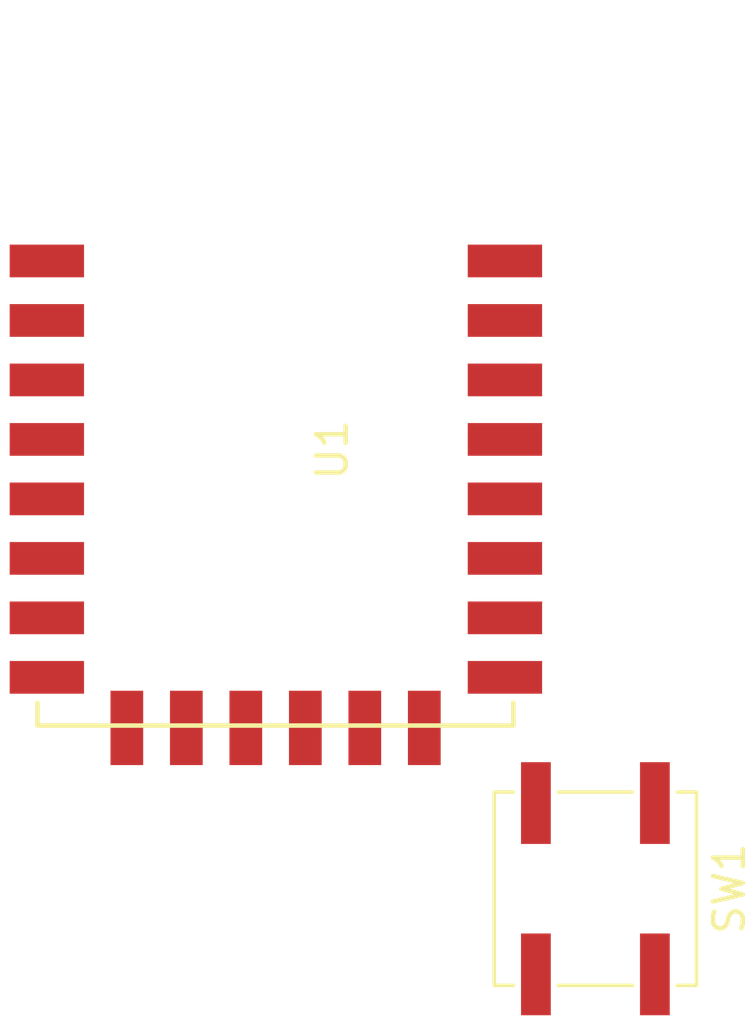
<source format=kicad_pcb>
(kicad_pcb (version 4) (host pcbnew 4.0.7)

  (general
    (links 4)
    (no_connects 4)
    (area 136.5785 96.028599 164.976101 132.360001)
    (thickness 1.6)
    (drawings 0)
    (tracks 0)
    (zones 0)
    (modules 2)
    (nets 3)
  )

  (page A4)
  (layers
    (0 F.Cu signal)
    (31 B.Cu signal)
    (32 B.Adhes user)
    (33 F.Adhes user)
    (34 B.Paste user)
    (35 F.Paste user)
    (36 B.SilkS user)
    (37 F.SilkS user)
    (38 B.Mask user)
    (39 F.Mask user)
    (40 Dwgs.User user)
    (41 Cmts.User user)
    (42 Eco1.User user)
    (43 Eco2.User user)
    (44 Edge.Cuts user)
    (45 Margin user)
    (46 B.CrtYd user)
    (47 F.CrtYd user)
    (48 B.Fab user)
    (49 F.Fab user)
  )

  (setup
    (last_trace_width 0.25)
    (trace_clearance 0.2)
    (zone_clearance 0.508)
    (zone_45_only no)
    (trace_min 0.2)
    (segment_width 0.2)
    (edge_width 0.15)
    (via_size 0.6)
    (via_drill 0.4)
    (via_min_size 0.4)
    (via_min_drill 0.3)
    (uvia_size 0.3)
    (uvia_drill 0.1)
    (uvias_allowed no)
    (uvia_min_size 0.2)
    (uvia_min_drill 0.1)
    (pcb_text_width 0.3)
    (pcb_text_size 1.5 1.5)
    (mod_edge_width 0.15)
    (mod_text_size 1 1)
    (mod_text_width 0.15)
    (pad_size 1.524 1.524)
    (pad_drill 0.762)
    (pad_to_mask_clearance 0.2)
    (aux_axis_origin 0 0)
    (visible_elements FFFFFF7F)
    (pcbplotparams
      (layerselection 0x00030_80000001)
      (usegerberextensions false)
      (excludeedgelayer true)
      (linewidth 0.100000)
      (plotframeref false)
      (viasonmask false)
      (mode 1)
      (useauxorigin false)
      (hpglpennumber 1)
      (hpglpenspeed 20)
      (hpglpendiameter 15)
      (hpglpenoverlay 2)
      (psnegative false)
      (psa4output false)
      (plotreference true)
      (plotvalue true)
      (plotinvisibletext false)
      (padsonsilk false)
      (subtractmaskfromsilk false)
      (outputformat 1)
      (mirror false)
      (drillshape 1)
      (scaleselection 1)
      (outputdirectory ""))
  )

  (net 0 "")
  (net 1 GND)
  (net 2 "Net-(SW1-Pad2)")

  (net_class Default "Esta es la clase de red por defecto."
    (clearance 0.2)
    (trace_width 0.25)
    (via_dia 0.6)
    (via_drill 0.4)
    (uvia_dia 0.3)
    (uvia_drill 0.1)
    (add_net GND)
    (add_net "Net-(SW1-Pad2)")
  )

  (module Buttons_Switches_SMD:SW_SPST_B3SL-1022P (layer F.Cu) (tedit 587241B2) (tstamp 5D7EC509)
    (at 166.243 126.111 270)
    (descr "Middle Stroke Tactile Switch, B3SL")
    (tags "Middle Stroke Tactile Switch")
    (path /5D7EC4C2)
    (attr smd)
    (fp_text reference SW1 (at 0 -4.5 270) (layer F.SilkS)
      (effects (font (size 1 1) (thickness 0.15)))
    )
    (fp_text value SW_Push (at 0 4.75 270) (layer F.Fab)
      (effects (font (size 1 1) (thickness 0.15)))
    )
    (fp_text user %R (at 0 -4.5 270) (layer F.Fab)
      (effects (font (size 1 1) (thickness 0.15)))
    )
    (fp_line (start -4.5 3.65) (end 4.5 3.65) (layer F.CrtYd) (width 0.05))
    (fp_line (start 4.5 3.65) (end 4.5 -3.65) (layer F.CrtYd) (width 0.05))
    (fp_line (start 4.5 -3.65) (end -4.5 -3.65) (layer F.CrtYd) (width 0.05))
    (fp_line (start -4.5 -3.65) (end -4.5 3.65) (layer F.CrtYd) (width 0.05))
    (fp_line (start 3.25 2.75) (end 3.25 3.4) (layer F.SilkS) (width 0.12))
    (fp_line (start 3.25 3.4) (end -3.25 3.4) (layer F.SilkS) (width 0.12))
    (fp_line (start -3.25 3.4) (end -3.25 2.75) (layer F.SilkS) (width 0.12))
    (fp_line (start 3.25 -2.75) (end 3.25 -3.4) (layer F.SilkS) (width 0.12))
    (fp_line (start 3.25 -3.4) (end -3.25 -3.4) (layer F.SilkS) (width 0.12))
    (fp_line (start -3.25 -3.4) (end -3.25 -2.75) (layer F.SilkS) (width 0.12))
    (fp_line (start 3.25 -1.25) (end 3.25 1.25) (layer F.SilkS) (width 0.12))
    (fp_line (start -3.25 -1.25) (end -3.25 1.25) (layer F.SilkS) (width 0.12))
    (fp_line (start -3.1 -3.25) (end 3.1 -3.25) (layer F.Fab) (width 0.1))
    (fp_line (start 3.1 -3.25) (end 3.1 3.25) (layer F.Fab) (width 0.1))
    (fp_line (start 3.1 3.25) (end -3.1 3.25) (layer F.Fab) (width 0.1))
    (fp_line (start -3.1 3.25) (end -3.1 -3.25) (layer F.Fab) (width 0.1))
    (fp_circle (center 0 0) (end 1.25 0) (layer F.Fab) (width 0.1))
    (pad 1 smd rect (at -2.88 -2 270) (size 2.75 1) (layers F.Cu F.Paste F.Mask)
      (net 1 GND))
    (pad 1 smd rect (at 2.88 -2 270) (size 2.75 1) (layers F.Cu F.Paste F.Mask)
      (net 1 GND))
    (pad 2 smd rect (at 2.88 2 270) (size 2.75 1) (layers F.Cu F.Paste F.Mask)
      (net 2 "Net-(SW1-Pad2)"))
    (pad 2 smd rect (at -2.88 2 270) (size 2.75 1) (layers F.Cu F.Paste F.Mask)
      (net 2 "Net-(SW1-Pad2)"))
    (model ${KISYS3DMOD}/Buttons_Switches_SMD.3dshapes/SW_SPST_B3SL-1022P.wrl
      (at (xyz 0 0 0))
      (scale (xyz 1 1 1))
      (rotate (xyz 0 0 0))
    )
  )

  (module ESP8266:ESP-12E_SMD (layer F.Cu) (tedit 58FB7FFE) (tstamp 5D7EC523)
    (at 148.5011 105.0036)
    (descr "Module, ESP-8266, ESP-12, 16 pad, SMD")
    (tags "Module ESP-8266 ESP8266")
    (path /5D7EC3C3)
    (fp_text reference U1 (at 8.89 6.35 90) (layer F.SilkS)
      (effects (font (size 1 1) (thickness 0.15)))
    )
    (fp_text value ESP-12E (at 5.08 6.35 90) (layer F.Fab) hide
      (effects (font (size 1 1) (thickness 0.15)))
    )
    (fp_line (start -2.25 -0.5) (end -2.25 -8.75) (layer F.CrtYd) (width 0.05))
    (fp_line (start -2.25 -8.75) (end 15.25 -8.75) (layer F.CrtYd) (width 0.05))
    (fp_line (start 15.25 -8.75) (end 16.25 -8.75) (layer F.CrtYd) (width 0.05))
    (fp_line (start 16.25 -8.75) (end 16.25 16) (layer F.CrtYd) (width 0.05))
    (fp_line (start 16.25 16) (end -2.25 16) (layer F.CrtYd) (width 0.05))
    (fp_line (start -2.25 16) (end -2.25 -0.5) (layer F.CrtYd) (width 0.05))
    (fp_line (start -1.016 -8.382) (end 14.986 -8.382) (layer F.CrtYd) (width 0.1524))
    (fp_line (start 14.986 -8.382) (end 14.986 -0.889) (layer F.CrtYd) (width 0.1524))
    (fp_line (start -1.016 -8.382) (end -1.016 -1.016) (layer F.CrtYd) (width 0.1524))
    (fp_line (start -1.016 14.859) (end -1.016 15.621) (layer F.SilkS) (width 0.1524))
    (fp_line (start -1.016 15.621) (end 14.986 15.621) (layer F.SilkS) (width 0.1524))
    (fp_line (start 14.986 15.621) (end 14.986 14.859) (layer F.SilkS) (width 0.1524))
    (fp_line (start 14.992 -8.4) (end -1.008 -2.6) (layer F.CrtYd) (width 0.1524))
    (fp_line (start -1.008 -8.4) (end 14.992 -2.6) (layer F.CrtYd) (width 0.1524))
    (fp_text user "No Copper" (at 6.892 -5.4) (layer F.CrtYd)
      (effects (font (size 1 1) (thickness 0.15)))
    )
    (fp_line (start -1.008 -2.6) (end 14.992 -2.6) (layer F.CrtYd) (width 0.1524))
    (fp_line (start 15 -8.4) (end 15 15.6) (layer F.Fab) (width 0.05))
    (fp_line (start 14.992 15.6) (end -1.008 15.6) (layer F.Fab) (width 0.05))
    (fp_line (start -1.008 15.6) (end -1.008 -8.4) (layer F.Fab) (width 0.05))
    (fp_line (start -1.008 -8.4) (end 14.992 -8.4) (layer F.Fab) (width 0.05))
    (pad 1 smd rect (at 0 0) (size 2.5 1.1) (drill (offset -0.7 0)) (layers F.Cu F.Paste F.Mask)
      (net 2 "Net-(SW1-Pad2)"))
    (pad 2 smd rect (at 0 2) (size 2.5 1.1) (drill (offset -0.7 0)) (layers F.Cu F.Paste F.Mask))
    (pad 3 smd rect (at 0 4) (size 2.5 1.1) (drill (offset -0.7 0)) (layers F.Cu F.Paste F.Mask))
    (pad 4 smd rect (at 0 6) (size 2.5 1.1) (drill (offset -0.7 0)) (layers F.Cu F.Paste F.Mask))
    (pad 5 smd rect (at 0 8) (size 2.5 1.1) (drill (offset -0.7 0)) (layers F.Cu F.Paste F.Mask))
    (pad 6 smd rect (at 0 10) (size 2.5 1.1) (drill (offset -0.7 0)) (layers F.Cu F.Paste F.Mask))
    (pad 7 smd rect (at 0 12) (size 2.5 1.1) (drill (offset -0.7 0)) (layers F.Cu F.Paste F.Mask))
    (pad 8 smd rect (at 0 14) (size 2.5 1.1) (drill (offset -0.7 0)) (layers F.Cu F.Paste F.Mask))
    (pad 9 smd rect (at 14 14) (size 2.5 1.1) (drill (offset 0.7 0)) (layers F.Cu F.Paste F.Mask)
      (net 1 GND))
    (pad 10 smd rect (at 14 12) (size 2.5 1.1) (drill (offset 0.7 0)) (layers F.Cu F.Paste F.Mask))
    (pad 11 smd rect (at 14 10) (size 2.5 1.1) (drill (offset 0.7 0)) (layers F.Cu F.Paste F.Mask))
    (pad 12 smd rect (at 14 8) (size 2.5 1.1) (drill (offset 0.7 0)) (layers F.Cu F.Paste F.Mask))
    (pad 13 smd rect (at 14 6) (size 2.5 1.1) (drill (offset 0.7 0)) (layers F.Cu F.Paste F.Mask))
    (pad 14 smd rect (at 14 4) (size 2.5 1.1) (drill (offset 0.7 0)) (layers F.Cu F.Paste F.Mask))
    (pad 15 smd rect (at 14 2) (size 2.5 1.1) (drill (offset 0.7 0)) (layers F.Cu F.Paste F.Mask))
    (pad 16 smd rect (at 14 0) (size 2.5 1.1) (drill (offset 0.7 0)) (layers F.Cu F.Paste F.Mask))
    (pad 17 smd rect (at 1.99 15 90) (size 2.5 1.1) (drill (offset -0.7 0)) (layers F.Cu F.Paste F.Mask))
    (pad 18 smd rect (at 3.99 15 90) (size 2.5 1.1) (drill (offset -0.7 0)) (layers F.Cu F.Paste F.Mask))
    (pad 19 smd rect (at 5.99 15 90) (size 2.5 1.1) (drill (offset -0.7 0)) (layers F.Cu F.Paste F.Mask))
    (pad 20 smd rect (at 7.99 15 90) (size 2.5 1.1) (drill (offset -0.7 0)) (layers F.Cu F.Paste F.Mask))
    (pad 21 smd rect (at 9.99 15 90) (size 2.5 1.1) (drill (offset -0.7 0)) (layers F.Cu F.Paste F.Mask))
    (pad 22 smd rect (at 11.99 15 90) (size 2.5 1.1) (drill (offset -0.7 0)) (layers F.Cu F.Paste F.Mask))
    (model ${ESPLIB}/ESP8266.3dshapes/ESP-12.wrl
      (at (xyz 0 0 0))
      (scale (xyz 0.3937 0.3937 0.3937))
      (rotate (xyz 0 0 0))
    )
  )

)

</source>
